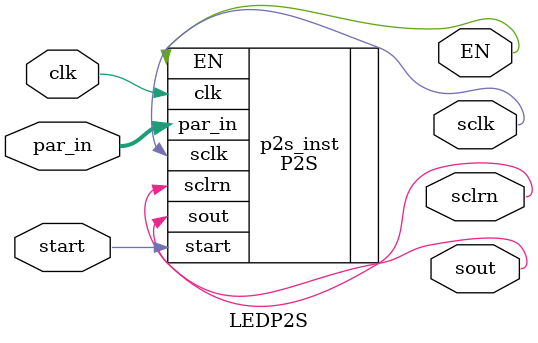
<source format=v>
module LEDP2S(
    input clk,
    input start,
    input[15:0] par_in,
    output sclk,
    output sclrn,
    output sout,
    output EN
);
    P2S #(.BIT_WIDTH(16)) p2s_inst (
        .clk(clk),
        .start(start),
        .par_in(par_in),
        .sclk(sclk),
        .sclrn(sclrn),
        .sout(sout),
        .EN(EN)
    );
endmodule
</source>
